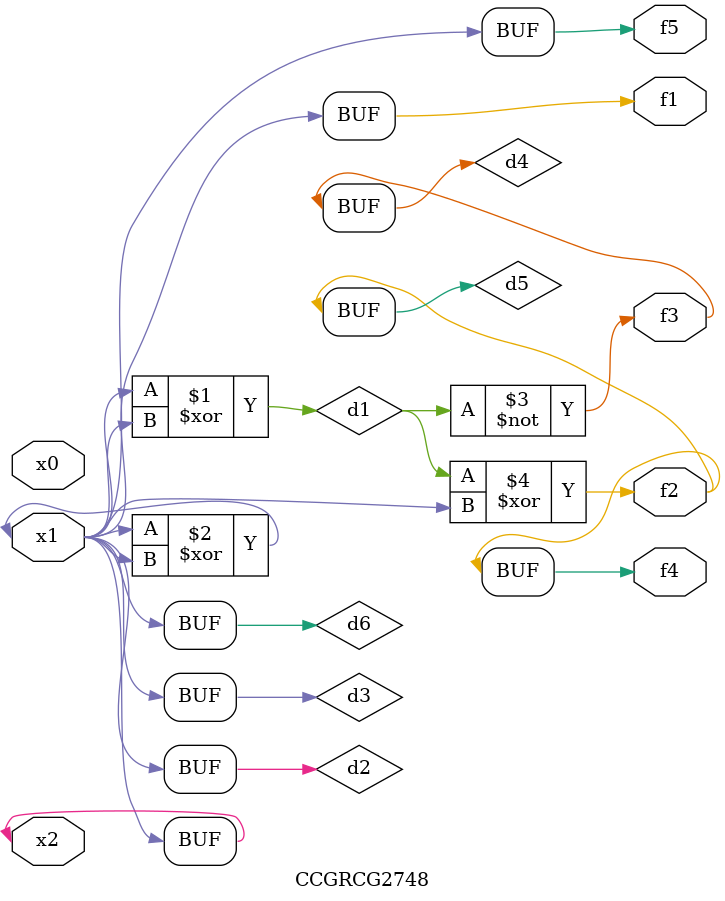
<source format=v>
module CCGRCG2748(
	input x0, x1, x2,
	output f1, f2, f3, f4, f5
);

	wire d1, d2, d3, d4, d5, d6;

	xor (d1, x1, x2);
	buf (d2, x1, x2);
	xor (d3, x1, x2);
	nor (d4, d1);
	xor (d5, d1, d2);
	buf (d6, d2, d3);
	assign f1 = d6;
	assign f2 = d5;
	assign f3 = d4;
	assign f4 = d5;
	assign f5 = d6;
endmodule

</source>
